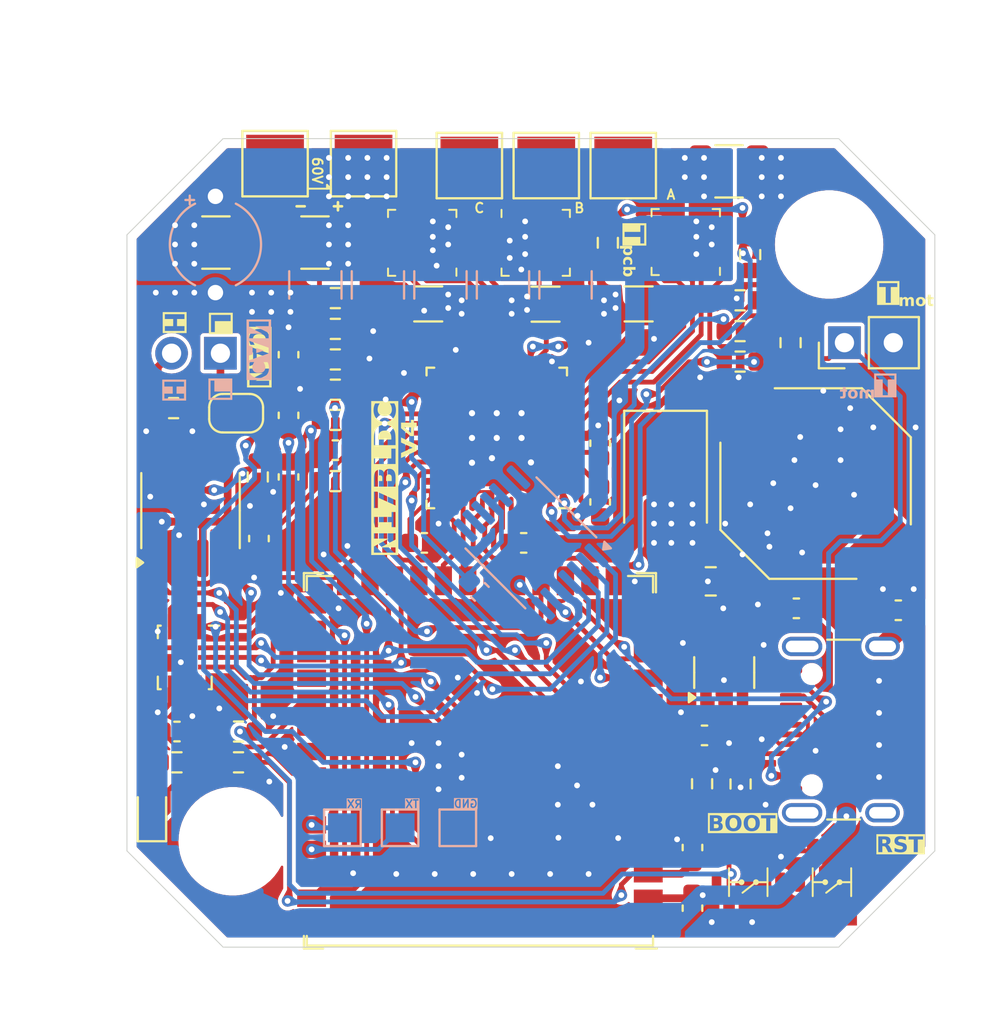
<source format=kicad_pcb>
(kicad_pcb
	(version 20240108)
	(generator "pcbnew")
	(generator_version "8.0")
	(general
		(thickness 1.6)
		(legacy_teardrops no)
	)
	(paper "A4")
	(title_block
		(comment 4 "AISLER Project ID: YMBROGBB")
	)
	(layers
		(0 "F.Cu" signal)
		(31 "B.Cu" signal)
		(32 "B.Adhes" user "B.Adhesive")
		(33 "F.Adhes" user "F.Adhesive")
		(34 "B.Paste" user)
		(35 "F.Paste" user)
		(36 "B.SilkS" user "B.Silkscreen")
		(37 "F.SilkS" user "F.Silkscreen")
		(38 "B.Mask" user)
		(39 "F.Mask" user)
		(40 "Dwgs.User" user "User.Drawings")
		(41 "Cmts.User" user "User.Comments")
		(42 "Eco1.User" user "User.Eco1")
		(43 "Eco2.User" user "User.Eco2")
		(44 "Edge.Cuts" user)
		(45 "Margin" user)
		(46 "B.CrtYd" user "B.Courtyard")
		(47 "F.CrtYd" user "F.Courtyard")
		(48 "B.Fab" user)
		(49 "F.Fab" user)
		(50 "User.1" user)
		(51 "User.2" user)
		(52 "User.3" user)
		(53 "User.4" user)
		(54 "User.5" user)
		(55 "User.6" user)
		(56 "User.7" user)
		(57 "User.8" user)
		(58 "User.9" user)
	)
	(setup
		(stackup
			(layer "F.SilkS"
				(type "Top Silk Screen")
			)
			(layer "F.Paste"
				(type "Top Solder Paste")
			)
			(layer "F.Mask"
				(type "Top Solder Mask")
				(thickness 0.01)
			)
			(layer "F.Cu"
				(type "copper")
				(thickness 0.035)
			)
			(layer "dielectric 1"
				(type "core")
				(thickness 1.51)
				(material "FR4")
				(epsilon_r 4.5)
				(loss_tangent 0.02)
			)
			(layer "B.Cu"
				(type "copper")
				(thickness 0.035)
			)
			(layer "B.Mask"
				(type "Bottom Solder Mask")
				(thickness 0.01)
			)
			(layer "B.Paste"
				(type "Bottom Solder Paste")
			)
			(layer "B.SilkS"
				(type "Bottom Silk Screen")
			)
			(copper_finish "None")
			(dielectric_constraints no)
		)
		(pad_to_mask_clearance 0)
		(allow_soldermask_bridges_in_footprints no)
		(pcbplotparams
			(layerselection 0x00010fc_ffffffff)
			(plot_on_all_layers_selection 0x0000000_00000000)
			(disableapertmacros no)
			(usegerberextensions no)
			(usegerberattributes yes)
			(usegerberadvancedattributes yes)
			(creategerberjobfile yes)
			(dashed_line_dash_ratio 12.000000)
			(dashed_line_gap_ratio 3.000000)
			(svgprecision 4)
			(plotframeref no)
			(viasonmask no)
			(mode 1)
			(useauxorigin no)
			(hpglpennumber 1)
			(hpglpenspeed 20)
			(hpglpendiameter 15.000000)
			(pdf_front_fp_property_popups yes)
			(pdf_back_fp_property_popups yes)
			(dxfpolygonmode yes)
			(dxfimperialunits yes)
			(dxfusepcbnewfont yes)
			(psnegative no)
			(psa4output no)
			(plotreference yes)
			(plotvalue yes)
			(plotfptext yes)
			(plotinvisibletext no)
			(sketchpadsonfab no)
			(subtractmaskfromsilk no)
			(outputformat 1)
			(mirror no)
			(drillshape 1)
			(scaleselection 1)
			(outputdirectory "")
		)
	)
	(net 0 "")
	(net 1 "Net-(U1-EN)")
	(net 2 "GND")
	(net 3 "Net-(U4-CPH)")
	(net 4 "Net-(U4-CPL)")
	(net 5 "Vdrive")
	(net 6 "Net-(U4-VCP)")
	(net 7 "+3.3V")
	(net 8 "/B_D+")
	(net 9 "INHC")
	(net 10 "unconnected-(U1-IO35-Pad28)")
	(net 11 "unconnected-(U1-IO36-Pad29)")
	(net 12 "INHA")
	(net 13 "unconnected-(U1-IO42-Pad35)")
	(net 14 "/B_D-")
	(net 15 "unconnected-(U1-IO37-Pad30)")
	(net 16 "Net-(D2-A)")
	(net 17 "SOA")
	(net 18 "MOTA")
	(net 19 "SOB")
	(net 20 "SOC")
	(net 21 "unconnected-(U1-IO40-Pad33)")
	(net 22 "MOTB")
	(net 23 "unconnected-(U1-IO41-Pad34)")
	(net 24 "unconnected-(U1-IO39-Pad32)")
	(net 25 "MOTC")
	(net 26 "INHB")
	(net 27 "/SPA")
	(net 28 "SPI_CLK")
	(net 29 "SPI_MOSI")
	(net 30 "SPI_DRV_nCS")
	(net 31 "SPI_MISO")
	(net 32 "R_TERM_EXT")
	(net 33 "R_TERM_PCB")
	(net 34 "/GHA")
	(net 35 "/GLA")
	(net 36 "/SPB")
	(net 37 "V_sense")
	(net 38 "/GHB")
	(net 39 "/GLB")
	(net 40 "unconnected-(J2-SBU2-PadB8)")
	(net 41 "unconnected-(J2-SBU1-PadA8)")
	(net 42 "/SPC")
	(net 43 "/Shield")
	(net 44 "/ESD_B_D-")
	(net 45 "/ESD_B_D+")
	(net 46 "Net-(J2-CC1)")
	(net 47 "/V_USB")
	(net 48 "Net-(J2-CC2)")
	(net 49 "/CAN_L")
	(net 50 "/CAN_H")
	(net 51 "/CAN_TX")
	(net 52 "/CAN_RX")
	(net 53 "Net-(U5-Rs)")
	(net 54 "A")
	(net 55 "B")
	(net 56 "/GHC")
	(net 57 "/GLC")
	(net 58 "/SOA_UNFILTERED")
	(net 59 "/SOB_UNFILTERED")
	(net 60 "/SOC_UNFILTERED")
	(net 61 "Net-(U4-EN_BUCK)")
	(net 62 "DRV_nFAULT")
	(net 63 "DRV_EN")
	(net 64 "HIZ")
	(net 65 "CAL")
	(net 66 "Net-(U4-CB)")
	(net 67 "Net-(D1-K)")
	(net 68 "Net-(U4-FB)")
	(net 69 "LED")
	(net 70 "/RX")
	(net 71 "/TX")
	(net 72 "Net-(U4-DVDD)")
	(net 73 "Net-(JP1-A)")
	(net 74 "SPI_ENC_nCS")
	(net 75 "unconnected-(U6-U-Pad10)")
	(net 76 "unconnected-(U6-V-Pad9)")
	(net 77 "unconnected-(U6-I{slash}PWM-Pad14)")
	(net 78 "unconnected-(U6-W{slash}PWM-Pad8)")
	(net 79 "ACC_INT")
	(net 80 "SPI_ACC_nCS")
	(net 81 "unconnected-(U8-NC-Pad2)")
	(net 82 "unconnected-(U8-NC-Pad10)")
	(net 83 "unconnected-(U8-NC-Pad11)")
	(net 84 "unconnected-(U8-NC-Pad3)")
	(net 85 "unconnected-(U8-INT2-Pad9)")
	(footprint "Resistor_SMD:R_0603_1608Metric" (layer "F.Cu") (at 81.875 60))
	(footprint "Resistor_SMD:R_0603_1608Metric" (layer "F.Cu") (at 79.9 83.5125 -90))
	(footprint "Connector_PinHeader_2.54mm:PinHeader_1x02_P2.54mm_Vertical" (layer "F.Cu") (at 54.86 61.15 -90))
	(footprint "Package_SO:SOIC-8_3.9x4.9mm_P1.27mm" (layer "F.Cu") (at 53.305 69.325 90))
	(footprint "Resistor_SMD:R_0603_1608Metric" (layer "F.Cu") (at 52.6 82.4 180))
	(footprint "PCM_Espressif:ESP32-S3-WROOM-1U" (layer "F.Cu") (at 68.35 82.47 180))
	(footprint "Capacitor_SMD:C_0603_1608Metric" (layer "F.Cu") (at 74.6 68.875 90))
	(footprint "Resistor_SMD:R_0603_1608Metric" (layer "F.Cu") (at 60.832421 61.471134))
	(footprint "Capacitor_SMD:C_0603_1608Metric" (layer "F.Cu") (at 79.4 89.975 -90))
	(footprint "Connector_PinHeader_2.54mm:PinHeader_1x02_P2.54mm_Vertical" (layer "F.Cu") (at 87.3 60.6 90))
	(footprint "Resistor_SMD:R_1206_3216Metric" (layer "F.Cu") (at 76.6 58.5875 180))
	(footprint "DRV8313PWP:VQFN-48_EP_7x7_Pitch0.5mm_RGZ0048A" (layer "F.Cu") (at 69.225 65.55 180))
	(footprint "Capacitor_SMD:C_0603_1608Metric" (layer "F.Cu") (at 79.4 86.825 90))
	(footprint "Capacitor_SMD:C_1210_3225Metric" (layer "F.Cu") (at 59.775001 55.4 180))
	(footprint "Resistor_SMD:R_1206_3216Metric" (layer "F.Cu") (at 71.7625 58.6 180))
	(footprint "Capacitor_SMD:C_0603_1608Metric" (layer "F.Cu") (at 58.4 61.225 90))
	(footprint "Resistor_SMD:R_0603_1608Metric_Pad0.98x0.95mm_HandSolder" (layer "F.Cu") (at 75 55.4125 -90))
	(footprint "Capacitor_SMD:C_0603_1608Metric" (layer "F.Cu") (at 84.8 74.4 180))
	(footprint "Jumper:SolderJumper-2_P1.3mm_Open_RoundedPad1.0x1.5mm" (layer "F.Cu") (at 55.675809 64.263463))
	(footprint "Capacitor_SMD:C_0805_2012Metric" (layer "F.Cu") (at 80.35 73 180))
	(footprint "DUALMOSFETS:PowerPAIR_3x3S_BWL" (layer "F.Cu") (at 65.35 55.4125 180))
	(footprint "Resistor_SMD:R_0603_1608Metric" (layer "F.Cu") (at 81.9 83.525 90))
	(footprint "TestPoint:TestPoint_Pad_3.0x3.0mm" (layer "F.Cu") (at 67.8 51.4 180))
	(footprint "TestPoint:TestPoint_Pad_3.0x3.0mm" (layer "F.Cu") (at 71.8 51.4 180))
	(footprint "CUI_TS21:TS21" (layer "F.Cu") (at 86.65 88.625 -90))
	(footprint "Resistor_SMD:R_0603_1608Metric" (layer "F.Cu") (at 82.4 56.025 90))
	(footprint "Capacitor_SMD:C_0603_1608Metric" (layer "F.Cu") (at 74.6 65.825 -90))
	(footprint "Resistor_SMD:R_0603_1608Metric" (layer "F.Cu") (at 60.832421 59.884533))
	(footprint "TestPoint:TestPoint_Pad_3.0x3.0mm" (layer "F.Cu") (at 62.3 51.3 -90))
	(footprint "Resistor_SMD:R_0603_1608Metric" (layer "F.Cu") (at 81.875 58.4))
	(footprint "Capacitor_SMD:C_0603_1608Metric" (layer "F.Cu") (at 52.6 80.8))
	(footprint "Resistor_SMD:R_0603_1608Metric" (layer "F.Cu") (at 55.8 82.4 180))
	(footprint "ICM-42670-P:LGA-14_2.5x3x0.76mm" (layer "F.Cu") (at 53.005 76.95 -90))
	(footprint "DUALMOSFETS:PowerPAIR_3x3S_BWL" (layer "F.Cu") (at 71.25 55.4125))
	(footprint "TestPoint:TestPoint_Pad_3.0x3.0mm" (layer "F.Cu") (at 57.7 51.3 -90))
	(footprint "CUI_TS21:TS21"
		(layer "F.Cu")
		(uuid "8769b6bb-86bd-4986-8785-8ec0a912c579")
		(at 82.3 88.625 -90)
		(property "Reference" "SW1"
			(at -0.05 -2.55 -90)
			(unlocked yes)
			(layer "F.SilkS")
			(hide yes)
			(uuid "712cbfdf-b385-45e0-ad11-b4ca834cb0fa")
			(effects
				(font
					(size 1 1)
					(thickness 0.1)
				)
			)
		)
		(property "Value" "BOOT"
			(at 0 1 -90)
			(unlocked yes)
			(layer "F.Fab")
			(uuid "1f73bd9b-5917-4786-9485-06bc5b104d57")
			(effects
				(font
					(size 1 1)
					(thickness 0.15)
				)
			)
		)
		(property "Footprint" "CUI_TS21:TS21"
			(at 0.15 -4.25 -90)
			(unlocked yes)
			(layer "F.Fab")
			(hide yes)
			(uuid "5a553c71-dd7a-4d15-b307-25119f2e7a30")
			(effects
				(font
					(size 1 1)
					(thickness 0.15)
				)
			)
		)
		(property "Datasheet" ""
			(at 0 0 -90)
			(unlocked yes)
			(layer "F.Fab")
			(hide yes)
			(uuid "b6f03c7a-7cce-4ed9-b563-8db83619b73d")
			(effects
				(font
					(size 1 1)
					(thickness 0.15)
				)
			)
		)
		(property "Description" ""
			(at 0 0 -90)
			(unlocked yes)
			(layer "F.Fab")
			(hide yes)
			(uuid "2e57e9d5-69a0-4463-ba75-ea978def45ca")
			(effects
				(font
					(size 1 1)
					(thickness 0.15)
				)
			)
		)
		(path "/66cef0da-6150-4534-99f0-65a57e668973")
		(sheetname "Root")
		(sheetfile "stepper-closed-
... [887788 chars truncated]
</source>
